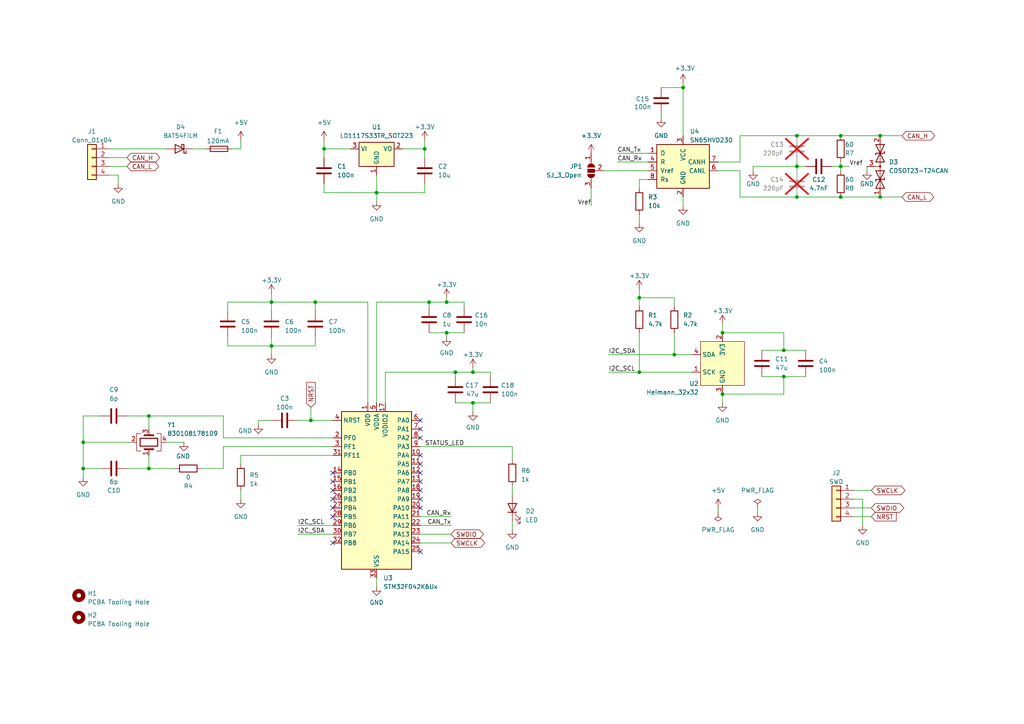
<source format=kicad_sch>
(kicad_sch (version 20231120) (generator "eeschema") (generator_version "8.0")
  (paper "A4")
  (lib_symbols
    (symbol "Connector_Generic:Conn_01x04" (pin_names (offset 1.016) hide)
      (property "Reference" "J" (at 0 5.08 0))
      (property "Value" "Conn_01x04" (at 0 -7.62 0))
      (symbol "Conn_01x04_1_1"
        (rectangle (start -1.27 -4.953) (end 0 -5.207) (stroke (width 0.1524)))
        (rectangle (start -1.27 -2.413) (end 0 -2.667) (stroke (width 0.1524)))
        (rectangle (start -1.27 0.127) (end 0 -0.127) (stroke (width 0.1524)))
        (rectangle (start -1.27 2.667) (end 0 2.413) (stroke (width 0.1524)))
        (rectangle (start -1.27 3.81) (end 1.27 -6.35) (stroke (width 0.254)) (fill (type background)))
        (pin passive line (at -5.08 2.54 0) (length 3.81) (name "Pin_1") (number "1"))
        (pin passive line (at -5.08 0 0) (length 3.81) (name "Pin_2") (number "2"))
        (pin passive line (at -5.08 -2.54 0) (length 3.81) (name "Pin_3") (number "3"))
        (pin passive line (at -5.08 -5.08 0) (length 3.81) (name "Pin_4") (number "4"))
      )
    )
    (symbol "Device:C" (pin_numbers hide) (pin_names (offset 0.254))
      (property "Reference" "C" (at 0.635 2.54 0))
      (property "Value" "C" (at 0.635 -2.54 0))
      (symbol "C_0_1"
        (polyline (pts (xy -2.032 -0.762) (xy 2.032 -0.762)) (stroke (width 0.508)))
        (polyline (pts (xy -2.032 0.762) (xy 2.032 0.762)) (stroke (width 0.508)))
      )
      (symbol "C_1_1"
        (pin passive line (at 0 3.81 270) (length 2.794) (name "~") (number "1"))
        (pin passive line (at 0 -3.81 90) (length 2.794) (name "~") (number "2"))
      )
    )
    (symbol "Device:D_Schottky" (pin_numbers hide) (pin_names (offset 1.016) hide)
      (property "Reference" "D" (at 0 2.54 0))
      (property "Value" "D_Schottky" (at 0 -2.54 0))
      (symbol "D_Schottky_0_1"
        (polyline (pts (xy 1.27 0) (xy -1.27 0)))
        (polyline (pts (xy 1.27 1.27) (xy 1.27 -1.27) (xy -1.27 0) (xy 1.27 1.27)) (stroke (width 0.254)))
        (polyline (pts (xy -1.905 0.635) (xy -1.905 1.27) (xy -1.27 1.27) (xy -1.27 -1.27) (xy -0.635 -1.27) (xy -0.635 -0.635)) (stroke (width 0.254)))
      )
      (symbol "D_Schottky_1_1"
        (pin passive line (at -3.81 0 0) (length 2.54) (name "K") (number "1"))
        (pin passive line (at 3.81 0 180) (length 2.54) (name "A") (number "2"))
      )
    )
    (symbol "Device:D_TVS_Dual_AAC" (pin_names (offset 1.016) hide)
      (property "Reference" "D" (at 0 4.445 0))
      (property "Value" "D_TVS_Dual_AAC" (at 0 2.54 0))
      (symbol "D_TVS_Dual_AAC_0_0"
        (polyline (pts (xy 0 -1.27) (xy 0 0)))
      )
      (symbol "D_TVS_Dual_AAC_0_1"
        (polyline (pts (xy -6.35 0) (xy 6.35 0)))
        (polyline (pts (xy -3.302 1.27) (xy -3.81 1.27) (xy -3.81 -1.27) (xy -4.318 -1.27)) (stroke (width 0.254)))
        (polyline (pts (xy 4.318 1.27) (xy 3.81 1.27) (xy 3.81 -1.27) (xy 3.302 -1.27)) (stroke (width 0.254)))
        (polyline (pts (xy -6.35 1.27) (xy -1.27 -1.27) (xy -1.27 1.27) (xy -6.35 -1.27) (xy -6.35 1.27)) (stroke (width 0.254)))
        (polyline (pts (xy 6.35 1.27) (xy 1.27 -1.27) (xy 1.27 1.27) (xy 6.35 -1.27) (xy 6.35 1.27)) (stroke (width 0.254)))
        (circle (center 0 0) (radius 0.254) (fill (type outline)))
      )
      (symbol "D_TVS_Dual_AAC_1_1"
        (pin passive line (at -8.89 0 0) (length 2.54) (name "A1") (number "1"))
        (pin passive line (at 8.89 0 180) (length 2.54) (name "A2") (number "2"))
        (pin input line (at 0 -3.81 90) (length 2.54) (name "common") (number "3"))
      )
    )
    (symbol "Device:Fuse" (pin_numbers hide) (pin_names (offset 0))
      (property "Reference" "F" (at 2.032 0 90))
      (property "Value" "Fuse" (at -1.905 0 90))
      (symbol "Fuse_0_1"
        (rectangle (start -0.762 -2.54) (end 0.762 2.54) (stroke (width 0.254)))
        (polyline (pts (xy 0 2.54) (xy 0 -2.54)))
      )
      (symbol "Fuse_1_1"
        (pin passive line (at 0 3.81 270) (length 1.27) (name "~") (number "1"))
        (pin passive line (at 0 -3.81 90) (length 1.27) (name "~") (number "2"))
      )
    )
    (symbol "Device:LED" (pin_numbers hide) (pin_names (offset 1.016) hide)
      (property "Reference" "D" (at 0 2.54 0))
      (property "Value" "LED" (at 0 -2.54 0))
      (symbol "LED_0_1"
        (polyline (pts (xy -1.27 -1.27) (xy -1.27 1.27)) (stroke (width 0.254)))
        (polyline (pts (xy -1.27 0) (xy 1.27 0)))
        (polyline (pts (xy 1.27 -1.27) (xy 1.27 1.27) (xy -1.27 0) (xy 1.27 -1.27)) (stroke (width 0.254)))
        (polyline (pts (xy -3.048 -0.762) (xy -4.572 -2.286) (xy -3.81 -2.286) (xy -4.572 -2.286) (xy -4.572 -1.524)))
        (polyline (pts (xy -1.778 -0.762) (xy -3.302 -2.286) (xy -2.54 -2.286) (xy -3.302 -2.286) (xy -3.302 -1.524)))
      )
      (symbol "LED_1_1"
        (pin passive line (at -3.81 0 0) (length 2.54) (name "K") (number "1"))
        (pin passive line (at 3.81 0 180) (length 2.54) (name "A") (number "2"))
      )
    )
    (symbol "Device:R" (pin_numbers hide) (pin_names (offset 0))
      (property "Reference" "R" (at 2.032 0 90))
      (property "Value" "R" (at 0 0 90))
      (symbol "R_0_1"
        (rectangle (start -1.016 -2.54) (end 1.016 2.54) (stroke (width 0.254)))
      )
      (symbol "R_1_1"
        (pin passive line (at 0 3.81 270) (length 1.27) (name "~") (number "1"))
        (pin passive line (at 0 -3.81 90) (length 1.27) (name "~") (number "2"))
      )
    )
    (symbol "FaSTTUBe_Crystals:830108178109" (pin_names (offset 1.016) hide)
      (property "Reference" "Y" (at 3.175 5.08 0))
      (property "Value" "830108178109" (at 3.175 3.175 0))
      (symbol "830108178109_0_1"
        (rectangle (start -1.143 2.54) (end 1.143 -2.54) (stroke (width 0.3048)))
        (polyline (pts (xy -2.54 0) (xy -2.032 0)))
        (polyline (pts (xy -2.032 -1.27) (xy -2.032 1.27)) (stroke (width 0.508)))
        (polyline (pts (xy 0 -3.81) (xy 0 -3.556)))
        (polyline (pts (xy 0 3.556) (xy 0 3.81)))
        (polyline (pts (xy 2.032 -1.27) (xy 2.032 1.27)) (stroke (width 0.508)))
        (polyline (pts (xy 2.032 0) (xy 2.54 0)))
        (polyline (pts (xy -2.54 -2.286) (xy -2.54 -3.556) (xy 2.54 -3.556) (xy 2.54 -2.286)))
        (polyline (pts (xy -2.54 2.286) (xy -2.54 3.556) (xy 2.54 3.556) (xy 2.54 2.286)))
      )
      (symbol "830108178109_1_1"
        (pin passive line (at -3.81 0 0) (length 1.27) (name "1") (number "1"))
        (pin passive line (at 0 5.08 270) (length 1.27) (name "2") (number "2"))
        (pin passive line (at 3.81 0 180) (length 1.27) (name "3") (number "3"))
        (pin passive line (at 0 -5.08 90) (length 1.27) (name "4") (number "4"))
      )
    )
    (symbol "GND_1" (power) (pin_numbers hide) (pin_names (offset 0) hide)
      (property "Value" "GND" (at 0 -3.81 0))
      (symbol "GND_1_0_1"
        (polyline (pts (xy 0 0) (xy 0 -1.27) (xy 1.27 -1.27) (xy 0 -2.54) (xy -1.27 -1.27) (xy 0 -1.27)))
      )
      (symbol "GND_1_1_1"
        (pin power_in line (at 0 0 270) (length 0) (name "~") (number "1"))
      )
    )
    (symbol "Interface_CAN_LIN:SN65HVD230" (pin_names (offset 1.016))
      (property "Reference" "U" (at -2.54 10.16 0))
      (property "Value" "SN65HVD230" (at -2.54 7.62 0))
      (symbol "SN65HVD230_0_1"
        (rectangle (start -7.62 5.08) (end 7.62 -7.62) (stroke (width 0.254)) (fill (type background)))
      )
      (symbol "SN65HVD230_1_1"
        (pin input line (at -10.16 2.54 0) (length 2.54) (name "D") (number "1"))
        (pin power_in line (at 0 -10.16 90) (length 2.54) (name "GND") (number "2"))
        (pin power_in line (at 0 7.62 270) (length 2.54) (name "VCC") (number "3"))
        (pin output line (at -10.16 0 0) (length 2.54) (name "R") (number "4"))
        (pin output line (at -10.16 -2.54 0) (length 2.54) (name "Vref") (number "5"))
        (pin bidirectional line (at 10.16 -2.54 180) (length 2.54) (name "CANL") (number "6"))
        (pin bidirectional line (at 10.16 0 180) (length 2.54) (name "CANH") (number "7"))
        (pin input line (at -10.16 -5.08 0) (length 2.54) (name "Rs") (number "8"))
      )
    )
    (symbol "Jumper:SolderJumper_3_Open" (pin_names (offset 0) hide)
      (property "Reference" "JP" (at -2.54 -2.54 0))
      (property "Value" "SolderJumper_3_Open" (at 0 2.794 0))
      (symbol "SolderJumper_3_Open_0_1"
        (arc (start -1.016 1.016) (mid -2.0276 0) (end -1.016 -1.016))
        (arc (start -1.016 1.016) (mid -2.0276 0) (end -1.016 -1.016) (fill (type outline)))
        (rectangle (start -0.508 1.016) (end 0.508 -1.016) (fill (type outline)))
        (polyline (pts (xy -2.54 0) (xy -2.032 0)))
        (polyline (pts (xy -1.016 1.016) (xy -1.016 -1.016)))
        (polyline (pts (xy 0 -1.27) (xy 0 -1.016)))
        (polyline (pts (xy 1.016 1.016) (xy 1.016 -1.016)))
        (polyline (pts (xy 2.54 0) (xy 2.032 0)))
        (arc (start 1.016 -1.016) (mid 2.0276 0) (end 1.016 1.016))
        (arc (start 1.016 -1.016) (mid 2.0276 0) (end 1.016 1.016) (fill (type outline)))
      )
      (symbol "SolderJumper_3_Open_1_1"
        (pin passive line (at -5.08 0 0) (length 2.54) (name "A") (number "1"))
        (pin passive line (at 0 -3.81 90) (length 2.54) (name "C") (number "2"))
        (pin passive line (at 5.08 0 180) (length 2.54) (name "B") (number "3"))
      )
    )
    (symbol "MCU_ST_STM32F0:STM32F042K6Ux"
      (property "Reference" "U" (at -10.16 24.13 0))
      (property "Value" "STM32F042K6Ux" (at 5.08 24.13 0))
      (symbol "STM32F042K6Ux_0_1"
        (rectangle (start -10.16 -22.86) (end 10.16 22.86) (stroke (width 0.254)) (fill (type background)))
      )
      (symbol "STM32F042K6Ux_1_1"
        (pin power_in line (at -2.54 25.4 270) (length 2.54) (name "VDD") (number "1"))
        (pin bidirectional line (at 12.7 10.16 180) (length 2.54) (name "PA4") (number "10"))
        (pin bidirectional line (at 12.7 7.62 180) (length 2.54) (name "PA5") (number "11"))
        (pin bidirectional line (at 12.7 5.08 180) (length 2.54) (name "PA6") (number "12"))
        (pin bidirectional line (at 12.7 2.54 180) (length 2.54) (name "PA7") (number "13"))
        (pin bidirectional line (at -12.7 5.08 0) (length 2.54) (name "PB0") (number "14"))
        (pin bidirectional line (at -12.7 2.54 0) (length 2.54) (name "PB1") (number "15"))
        (pin bidirectional line (at -12.7 0 0) (length 2.54) (name "PB2") (number "16"))
        (pin power_in line (at 2.54 25.4 270) (length 2.54) (name "VDDIO2") (number "17"))
        (pin bidirectional line (at 12.7 0 180) (length 2.54) (name "PA8") (number "18"))
        (pin bidirectional line (at 12.7 -2.54 180) (length 2.54) (name "PA9") (number "19"))
        (pin bidirectional line (at -12.7 15.24 0) (length 2.54) (name "PF0") (number "2"))
        (pin bidirectional line (at 12.7 -5.08 180) (length 2.54) (name "PA10") (number "20"))
        (pin bidirectional line (at 12.7 -7.62 180) (length 2.54) (name "PA11") (number "21"))
        (pin bidirectional line (at 12.7 -10.16 180) (length 2.54) (name "PA12") (number "22"))
        (pin bidirectional line (at 12.7 -12.7 180) (length 2.54) (name "PA13") (number "23"))
        (pin bidirectional line (at 12.7 -15.24 180) (length 2.54) (name "PA14") (number "24"))
        (pin bidirectional line (at 12.7 -17.78 180) (length 2.54) (name "PA15") (number "25"))
        (pin bidirectional line (at -12.7 -2.54 0) (length 2.54) (name "PB3") (number "26"))
        (pin bidirectional line (at -12.7 -5.08 0) (length 2.54) (name "PB4") (number "27"))
        (pin bidirectional line (at -12.7 -7.62 0) (length 2.54) (name "PB5") (number "28"))
        (pin bidirectional line (at -12.7 -10.16 0) (length 2.54) (name "PB6") (number "29"))
        (pin bidirectional line (at -12.7 12.7 0) (length 2.54) (name "PF1") (number "3"))
        (pin bidirectional line (at -12.7 -12.7 0) (length 2.54) (name "PB7") (number "30"))
        (pin bidirectional line (at -12.7 10.16 0) (length 2.54) (name "PF11") (number "31"))
        (pin bidirectional line (at -12.7 -15.24 0) (length 2.54) (name "PB8") (number "32"))
        (pin power_in line (at 0 -25.4 90) (length 2.54) (name "VSS") (number "33"))
        (pin input line (at -12.7 20.32 0) (length 2.54) (name "NRST") (number "4"))
        (pin power_in line (at 0 25.4 270) (length 2.54) (name "VDDA") (number "5"))
        (pin bidirectional line (at 12.7 20.32 180) (length 2.54) (name "PA0") (number "6"))
        (pin bidirectional line (at 12.7 17.78 180) (length 2.54) (name "PA1") (number "7"))
        (pin bidirectional line (at 12.7 15.24 180) (length 2.54) (name "PA2") (number "8"))
        (pin bidirectional line (at 12.7 12.7 180) (length 2.54) (name "PA3") (number "9"))
      )
    )
    (symbol "Mechanical:MountingHole" (pin_names (offset 1.016))
      (property "Reference" "H" (at 0 5.08 0))
      (property "Value" "MountingHole" (at 0 3.175 0))
      (symbol "MountingHole_0_1"
        (circle (center 0 0) (radius 1.27) (stroke (width 1.27)))
      )
    )
    (symbol "Regulator_Linear:LD1117S33TR_SOT223"
      (property "Reference" "U" (at -3.81 3.175 0))
      (property "Value" "LD1117S33TR_SOT223" (at 0 3.175 0))
      (symbol "LD1117S33TR_SOT223_0_1"
        (rectangle (start -5.08 -5.08) (end 5.08 1.905) (stroke (width 0.254)) (fill (type background)))
      )
      (symbol "LD1117S33TR_SOT223_1_1"
        (pin power_in line (at 0 -7.62 90) (length 2.54) (name "GND") (number "1"))
        (pin power_out line (at 7.62 0 180) (length 2.54) (name "VO") (number "2"))
        (pin power_in line (at -7.62 0 0) (length 2.54) (name "VI") (number "3"))
      )
    )
    (symbol "TTS:Heimann_16x16"
      (property "Reference" "U" (at 0 0 0))
      (property "Value" "Heimann_16x16" (at 0 0 0))
      (symbol "Heimann_16x16_0_1"
        (rectangle (start -6.35 6.35) (end 6.35 -6.35) (fill (type background)))
      )
      (symbol "Heimann_16x16_1_1"
        (pin bidirectional line (at 8.89 -2.54 180) (length 2.54) (name "SCK") (number "1"))
        (pin power_in line (at 0 8.89 270) (length 2.54) (name "3V3") (number "2"))
        (pin power_in line (at 0 -8.89 90) (length 2.54) (name "GND") (number "3"))
        (pin bidirectional line (at 8.89 2.54 180) (length 2.54) (name "SDA") (number "4"))
      )
    )
    (symbol "power:+3.3V" (power) (pin_names (offset 0))
      (property "Value" "+3.3V" (at 0 3.556 0))
      (symbol "+3.3V_0_1"
        (polyline (pts (xy -0.762 1.27) (xy 0 2.54)))
        (polyline (pts (xy 0 0) (xy 0 2.54)))
        (polyline (pts (xy 0 2.54) (xy 0.762 1.27)))
      )
      (symbol "+3.3V_1_1"
        (pin power_in line (at 0 0 90) (length 0) hide (name "+3.3V") (number "1"))
      )
    )
    (symbol "power:+5V" (power) (pin_numbers hide) (pin_names (offset 0) hide)
      (property "Value" "+5V" (at 0 3.556 0))
      (symbol "+5V_0_1"
        (polyline (pts (xy -0.762 1.27) (xy 0 2.54)))
        (polyline (pts (xy 0 0) (xy 0 2.54)))
        (polyline (pts (xy 0 2.54) (xy 0.762 1.27)))
      )
      (symbol "+5V_1_1"
        (pin power_in line (at 0 0 90) (length 0) (name "~") (number "1"))
      )
    )
    (symbol "power:GND" (power) (pin_names (offset 0))
      (property "Value" "GND" (at 0 -3.81 0))
      (symbol "GND_0_1"
        (polyline (pts (xy 0 0) (xy 0 -1.27) (xy 1.27 -1.27) (xy 0 -2.54) (xy -1.27 -1.27) (xy 0 -1.27)))
      )
      (symbol "GND_1_1"
        (pin power_in line (at 0 0 270) (length 0) hide (name "GND") (number "1"))
      )
    )
    (symbol "power:PWR_FLAG" (power) (pin_numbers hide) (pin_names (offset 0) hide)
      (property "Value" "PWR_FLAG" (at 0 3.81 0))
      (symbol "PWR_FLAG_0_0"
        (pin power_out line (at 0 0 90) (length 0) (name "~") (number "1"))
      )
      (symbol "PWR_FLAG_0_1"
        (polyline (pts (xy 0 0) (xy 0 1.27) (xy -1.016 1.905) (xy 0 2.54) (xy 1.016 1.905) (xy 0 1.27)))
      )
    )
  )
  (junction (at 91.44 87.63))
  (junction (at 137.16 107.95))
  (junction (at 243.84 48.26))
  (junction (at 78.74 87.63))
  (junction (at 43.18 120.65))
  (junction (at 43.18 135.89))
  (junction (at 24.13 135.89))
  (junction (at 231.14 48.26))
  (junction (at 132.08 107.95))
  (junction (at 227.33 101.6))
  (junction (at 231.14 57.15))
  (junction (at 109.22 55.88))
  (junction (at 243.84 39.37))
  (junction (at 93.98 43.18))
  (junction (at 255.27 57.15))
  (junction (at 124.46 87.63))
  (junction (at 227.33 109.22))
  (junction (at 231.14 39.37))
  (junction (at 198.12 25.4))
  (junction (at 129.54 96.52))
  (junction (at 78.74 100.33))
  (junction (at 129.54 87.63))
  (junction (at 209.55 114.3))
  (junction (at 137.16 116.84))
  (junction (at 209.55 96.52))
  (junction (at 123.19 43.18))
  (junction (at 185.42 107.95))
  (junction (at 24.13 128.27))
  (junction (at 195.58 102.87))
  (junction (at 243.84 57.15))
  (junction (at 185.42 86.36))
  (junction (at 255.27 39.37))
  (junction (at 90.17 121.92))
  (no_connect (at 121.92 127))
  (no_connect (at 96.52 147.32))
  (no_connect (at 121.92 139.7))
  (no_connect (at 96.52 149.86))
  (no_connect (at 121.92 124.46))
  (no_connect (at 96.52 137.16))
  (no_connect (at 96.52 144.78))
  (no_connect (at 121.92 134.62))
  (no_connect (at 121.92 144.78))
  (no_connect (at 96.52 139.7))
  (no_connect (at 121.92 142.24))
  (no_connect (at 121.92 132.08))
  (no_connect (at 96.52 157.48))
  (no_connect (at 121.92 160.02))
  (no_connect (at 96.52 142.24))
  (no_connect (at 121.92 137.16))
  (no_connect (at 121.92 121.92))
  (no_connect (at 121.92 147.32))
  (wire (pts (xy 121.92 157.48) (xy 130.81 157.48)))
  (wire (pts (xy 148.59 151.13) (xy 148.59 153.67)))
  (wire (pts (xy 124.46 87.63) (xy 124.46 88.9)))
  (wire (pts (xy 142.24 107.95) (xy 142.24 109.22)))
  (wire (pts (xy 78.74 87.63) (xy 66.04 87.63)))
  (wire (pts (xy 78.74 97.79) (xy 78.74 100.33)))
  (wire (pts (xy 43.18 135.89) (xy 50.8 135.89)))
  (wire (pts (xy 116.84 43.18) (xy 123.19 43.18)))
  (wire (pts (xy 78.74 100.33) (xy 91.44 100.33)))
  (wire (pts (xy 74.93 123.19) (xy 74.93 121.92)))
  (wire (pts (xy 218.44 49.53) (xy 218.44 48.26)))
  (wire (pts (xy 31.75 48.26) (xy 36.83 48.26)))
  (wire (pts (xy 109.22 167.64) (xy 109.22 170.18)))
  (wire (pts (xy 69.85 134.62) (xy 69.85 132.08)))
  (wire (pts (xy 58.42 135.89) (xy 64.77 135.89)))
  (wire (pts (xy 179.07 44.45) (xy 187.96 44.45)))
  (wire (pts (xy 31.75 45.72) (xy 36.83 45.72)))
  (wire (pts (xy 255.27 39.37) (xy 243.84 39.37)))
  (wire (pts (xy 191.77 25.4) (xy 198.12 25.4)))
  (wire (pts (xy 129.54 96.52) (xy 134.62 96.52)))
  (wire (pts (xy 137.16 107.95) (xy 142.24 107.95)))
  (wire (pts (xy 36.83 120.65) (xy 43.18 120.65)))
  (wire (pts (xy 121.92 149.86) (xy 130.81 149.86)))
  (wire (pts (xy 220.98 109.22) (xy 227.33 109.22)))
  (wire (pts (xy 176.53 102.87) (xy 195.58 102.87)))
  (wire (pts (xy 121.92 154.94) (xy 130.81 154.94)))
  (wire (pts (xy 185.42 83.82) (xy 185.42 86.36)))
  (wire (pts (xy 24.13 135.89) (xy 24.13 138.43)))
  (wire (pts (xy 109.22 50.8) (xy 109.22 55.88)))
  (wire (pts (xy 86.36 121.92) (xy 90.17 121.92)))
  (wire (pts (xy 255.27 57.15) (xy 243.84 57.15)))
  (wire (pts (xy 24.13 128.27) (xy 24.13 135.89)))
  (wire (pts (xy 106.68 87.63) (xy 91.44 87.63)))
  (wire (pts (xy 29.21 120.65) (xy 24.13 120.65)))
  (wire (pts (xy 91.44 100.33) (xy 91.44 97.79)))
  (wire (pts (xy 247.65 142.24) (xy 252.73 142.24)))
  (wire (pts (xy 134.62 87.63) (xy 134.62 88.9)))
  (wire (pts (xy 86.36 154.94) (xy 96.52 154.94)))
  (wire (pts (xy 243.84 46.99) (xy 243.84 48.26)))
  (wire (pts (xy 64.77 120.65) (xy 64.77 127)))
  (wire (pts (xy 171.45 59.69) (xy 171.45 54.61)))
  (wire (pts (xy 227.33 96.52) (xy 227.33 101.6)))
  (wire (pts (xy 246.38 48.26) (xy 243.84 48.26)))
  (wire (pts (xy 148.59 140.97) (xy 148.59 143.51)))
  (wire (pts (xy 123.19 43.18) (xy 123.19 45.72)))
  (wire (pts (xy 111.76 116.84) (xy 111.76 107.95)))
  (wire (pts (xy 124.46 87.63) (xy 129.54 87.63)))
  (wire (pts (xy 109.22 87.63) (xy 109.22 116.84)))
  (wire (pts (xy 243.84 39.37) (xy 231.14 39.37)))
  (wire (pts (xy 24.13 120.65) (xy 24.13 128.27)))
  (wire (pts (xy 121.92 129.54) (xy 148.59 129.54)))
  (wire (pts (xy 132.08 107.95) (xy 137.16 107.95)))
  (wire (pts (xy 214.63 46.99) (xy 214.63 39.37)))
  (wire (pts (xy 247.65 149.86) (xy 252.73 149.86)))
  (wire (pts (xy 219.71 147.32) (xy 219.71 148.59)))
  (wire (pts (xy 137.16 106.68) (xy 137.16 107.95)))
  (wire (pts (xy 59.69 43.18) (xy 55.88 43.18)))
  (wire (pts (xy 34.29 50.8) (xy 31.75 50.8)))
  (wire (pts (xy 34.29 53.34) (xy 34.29 50.8)))
  (wire (pts (xy 121.92 152.4) (xy 130.81 152.4)))
  (wire (pts (xy 109.22 55.88) (xy 123.19 55.88)))
  (wire (pts (xy 74.93 121.92) (xy 78.74 121.92)))
  (wire (pts (xy 214.63 49.53) (xy 214.63 57.15)))
  (wire (pts (xy 195.58 88.9) (xy 195.58 86.36)))
  (wire (pts (xy 93.98 40.64) (xy 93.98 43.18)))
  (wire (pts (xy 195.58 102.87) (xy 195.58 96.52)))
  (wire (pts (xy 185.42 86.36) (xy 185.42 88.9)))
  (wire (pts (xy 185.42 107.95) (xy 200.66 107.95)))
  (wire (pts (xy 231.14 49.53) (xy 231.14 48.26)))
  (wire (pts (xy 209.55 114.3) (xy 227.33 114.3)))
  (wire (pts (xy 91.44 87.63) (xy 78.74 87.63)))
  (wire (pts (xy 227.33 109.22) (xy 233.68 109.22)))
  (wire (pts (xy 24.13 135.89) (xy 29.21 135.89)))
  (wire (pts (xy 78.74 85.09) (xy 78.74 87.63)))
  (wire (pts (xy 247.65 147.32) (xy 252.73 147.32)))
  (wire (pts (xy 43.18 120.65) (xy 64.77 120.65)))
  (wire (pts (xy 195.58 102.87) (xy 200.66 102.87)))
  (wire (pts (xy 111.76 107.95) (xy 132.08 107.95)))
  (wire (pts (xy 123.19 40.64) (xy 123.19 43.18)))
  (wire (pts (xy 129.54 96.52) (xy 129.54 97.79)))
  (wire (pts (xy 43.18 132.08) (xy 43.18 135.89)))
  (wire (pts (xy 123.19 55.88) (xy 123.19 53.34)))
  (wire (pts (xy 124.46 96.52) (xy 129.54 96.52)))
  (wire (pts (xy 214.63 57.15) (xy 231.14 57.15)))
  (wire (pts (xy 227.33 109.22) (xy 227.33 114.3)))
  (wire (pts (xy 109.22 55.88) (xy 109.22 58.42)))
  (wire (pts (xy 64.77 127) (xy 96.52 127)))
  (wire (pts (xy 261.62 57.15) (xy 255.27 57.15)))
  (wire (pts (xy 90.17 118.11) (xy 90.17 121.92)))
  (wire (pts (xy 36.83 135.89) (xy 43.18 135.89)))
  (wire (pts (xy 137.16 116.84) (xy 142.24 116.84)))
  (wire (pts (xy 129.54 86.36) (xy 129.54 87.63)))
  (wire (pts (xy 24.13 128.27) (xy 38.1 128.27)))
  (wire (pts (xy 93.98 53.34) (xy 93.98 55.88)))
  (wire (pts (xy 175.26 49.53) (xy 187.96 49.53)))
  (wire (pts (xy 78.74 100.33) (xy 78.74 102.87)))
  (wire (pts (xy 185.42 52.07) (xy 187.96 52.07)))
  (wire (pts (xy 208.28 49.53) (xy 214.63 49.53)))
  (wire (pts (xy 243.84 48.26) (xy 241.3 48.26)))
  (wire (pts (xy 208.28 147.32) (xy 208.28 148.59)))
  (wire (pts (xy 251.46 49.53) (xy 251.46 48.26)))
  (wire (pts (xy 137.16 116.84) (xy 137.16 119.38)))
  (wire (pts (xy 93.98 43.18) (xy 101.6 43.18)))
  (wire (pts (xy 250.19 144.78) (xy 250.19 152.4)))
  (wire (pts (xy 243.84 49.53) (xy 243.84 48.26)))
  (wire (pts (xy 69.85 142.24) (xy 69.85 144.78)))
  (wire (pts (xy 109.22 87.63) (xy 124.46 87.63)))
  (wire (pts (xy 86.36 152.4) (xy 96.52 152.4)))
  (wire (pts (xy 132.08 116.84) (xy 137.16 116.84)))
  (wire (pts (xy 66.04 87.63) (xy 66.04 90.17)))
  (wire (pts (xy 261.62 39.37) (xy 255.27 39.37)))
  (wire (pts (xy 176.53 107.95) (xy 185.42 107.95)))
  (wire (pts (xy 69.85 132.08) (xy 96.52 132.08)))
  (wire (pts (xy 185.42 54.61) (xy 185.42 52.07)))
  (wire (pts (xy 48.26 128.27) (xy 53.34 128.27)))
  (wire (pts (xy 67.31 43.18) (xy 69.85 43.18)))
  (wire (pts (xy 198.12 24.13) (xy 198.12 25.4)))
  (wire (pts (xy 69.85 43.18) (xy 69.85 40.64)))
  (wire (pts (xy 90.17 121.92) (xy 96.52 121.92)))
  (wire (pts (xy 231.14 46.99) (xy 231.14 48.26)))
  (wire (pts (xy 132.08 107.95) (xy 132.08 109.22)))
  (wire (pts (xy 195.58 86.36) (xy 185.42 86.36)))
  (wire (pts (xy 78.74 87.63) (xy 78.74 90.17)))
  (wire (pts (xy 209.55 114.3) (xy 209.55 116.84)))
  (wire (pts (xy 31.75 43.18) (xy 48.26 43.18)))
  (wire (pts (xy 209.55 93.98) (xy 209.55 96.52)))
  (wire (pts (xy 106.68 87.63) (xy 106.68 116.84)))
  (wire (pts (xy 243.84 57.15) (xy 231.14 57.15)))
  (wire (pts (xy 220.98 101.6) (xy 227.33 101.6)))
  (wire (pts (xy 93.98 55.88) (xy 109.22 55.88)))
  (wire (pts (xy 148.59 129.54) (xy 148.59 133.35)))
  (wire (pts (xy 198.12 25.4) (xy 198.12 39.37)))
  (wire (pts (xy 185.42 62.23) (xy 185.42 64.77)))
  (wire (pts (xy 43.18 120.65) (xy 43.18 124.46)))
  (wire (pts (xy 208.28 46.99) (xy 214.63 46.99)))
  (wire (pts (xy 233.68 48.26) (xy 231.14 48.26)))
  (wire (pts (xy 214.63 39.37) (xy 231.14 39.37)))
  (wire (pts (xy 66.04 100.33) (xy 78.74 100.33)))
  (wire (pts (xy 198.12 57.15) (xy 198.12 59.69)))
  (wire (pts (xy 191.77 34.29) (xy 191.77 33.02)))
  (wire (pts (xy 185.42 107.95) (xy 185.42 96.52)))
  (wire (pts (xy 227.33 101.6) (xy 233.68 101.6)))
  (wire (pts (xy 179.07 46.99) (xy 187.96 46.99)))
  (wire (pts (xy 66.04 97.79) (xy 66.04 100.33)))
  (wire (pts (xy 91.44 90.17) (xy 91.44 87.63)))
  (wire (pts (xy 96.52 129.54) (xy 64.77 129.54)))
  (wire (pts (xy 209.55 96.52) (xy 227.33 96.52)))
  (wire (pts (xy 247.65 144.78) (xy 250.19 144.78)))
  (wire (pts (xy 129.54 87.63) (xy 134.62 87.63)))
  (wire (pts (xy 93.98 43.18) (xy 93.98 45.72)))
  (wire (pts (xy 64.77 129.54) (xy 64.77 135.89)))
  (wire (pts (xy 218.44 48.26) (xy 231.14 48.26)))
  (label "CAN_Tx" (at 130.81 152.4 180))
  (label "I2C_SDA" (at 86.36 154.94 0))
  (label "CAN_Rx" (at 130.81 149.86 180))
  (label "Vref" (at 171.45 59.69 180))
  (label "Vref" (at 246.38 48.26 0))
  (label "I2C_SCL" (at 86.36 152.4 0))
  (label "CAN_Rx" (at 179.07 46.99 0))
  (label "I2C_SDA" (at 176.53 102.87 0))
  (label "I2C_SCL" (at 176.53 107.95 0))
  (label "STATUS_LED" (at 134.62 129.54 180))
  (label "CAN_Tx" (at 179.07 44.45 0))
  (global_label "SWCLK" (shape bidirectional) (at 130.81 157.48 0) (property "Intersheetrefs" "${INTERSHEET_REFS}" (effects (hide yes))))
  (global_label "CAN_L" (shape bidirectional) (at 261.62 57.15 0) (property "Intersheetrefs" "${INTERSHEET_REFS}" (effects (hide yes))))
  (global_label "SWDIO" (shape bidirectional) (at 252.73 147.32 0) (property "Intersheetrefs" "${INTERSHEET_REFS}" (effects (hide yes))))
  (global_label "CAN_H" (shape bidirectional) (at 261.62 39.37 0) (property "Intersheetrefs" "${INTERSHEET_REFS}" (effects (hide yes))))
  (global_label "CAN_L" (shape bidirectional) (at 36.83 48.26 0) (property "Intersheetrefs" "${INTERSHEET_REFS}" (effects (hide yes))))
  (global_label "CAN_H" (shape bidirectional) (at 36.83 45.72 0) (property "Intersheetrefs" "${INTERSHEET_REFS}" (effects (hide yes))))
  (global_label "SWDIO" (shape bidirectional) (at 130.81 154.94 0) (property "Intersheetrefs" "${INTERSHEET_REFS}" (effects (hide yes))))
  (global_label "NRST" (shape input) (at 252.73 149.86 0) (property "Intersheetrefs" "${INTERSHEET_REFS}" (effects (hide yes))))
  (global_label "NRST" (shape input) (at 90.17 118.11 90) (property "Intersheetrefs" "${INTERSHEET_REFS}" (effects (hide yes))))
  (global_label "SWCLK" (shape bidirectional) (at 252.73 142.24 0) (property "Intersheetrefs" "${INTERSHEET_REFS}" (effects (hide yes))))
  (symbol (lib_id "FaSTTUBe_Crystals:830108178109") (at 43.18 128.27 90) (unit 1)
    (property "Reference" "Y1" (at 49.784 123.19 90))
    (property "Value" "830108178109" (at 55.88 125.73 90))
    (property "Footprint" "Crystal:Crystal_SMD_2016-4Pin_2.0x1.6mm" (effects (hide yes)))
    (property "Datasheet" "https://www.we-online.com/components/products/datasheet/830108178109.pdf" (effects (hide yes)))
    (property "Description" "16.0MHz Load Capacitance (CL) 8.00pF, Shunt Capacitance (C0) 3pF max" (effects (hide yes)))
  )
  (symbol (lib_id "Device:C") (at 66.04 93.98 0) (unit 1)
    (property "Reference" "C5" (at 69.85 93.345 0) (effects (justify left)))
    (property "Value" "100n" (at 69.85 95.885 0) (effects (justify left)))
    (property "Footprint" "Capacitor_SMD:C_0402_1005Metric" (effects (hide yes)))
    (property "LCSC" "C307331" (effects (hide yes)))
  )
  (symbol (lib_id "Device:C") (at 91.44 93.98 0) (unit 1)
    (property "Reference" "C7" (at 95.25 93.345 0) (effects (justify left)))
    (property "Value" "100n" (at 95.25 95.885 0) (effects (justify left)))
    (property "Footprint" "Capacitor_SMD:C_0402_1005Metric" (effects (hide yes)))
    (property "LCSC" "C307331" (effects (hide yes)))
  )
  (symbol (lib_name "GND_1") (lib_id "power:GND") (at 219.71 148.59 0) (unit 1)
    (property "Reference" "#PWR029" (effects (hide yes)))
    (property "Value" "GND" (at 219.71 153.67 0))
    (property "Description" "Power symbol creates a global label with name \"GND\" , ground" (effects (hide yes)))
  )
  (symbol (lib_id "Device:C") (at 93.98 49.53 0) (unit 1)
    (property "Reference" "C1" (at 97.79 48.2599 0) (effects (justify left)))
    (property "Value" "100n" (at 97.79 50.7999 0) (effects (justify left)))
    (property "Footprint" "Capacitor_SMD:C_0603_1608Metric" (effects (hide yes)))
    (property "LCSC" "C15849" (effects (hide yes)))
  )
  (symbol (lib_id "Device:Fuse") (at 63.5 43.18 90) (unit 1)
    (property "Reference" "F1" (at 64.516 38.1 90) (effects (justify left)))
    (property "Value" "120mA" (at 66.548 40.894 90) (effects (justify left)))
    (property "Footprint" "Fuse:Fuse_1206_3216Metric" (effects (hide yes)))
    (property "Datasheet" "https://www.mouser.de/ProductDetail/Eaton-Electronics/PTS120616V025?qs=QmibqUXyDhQ7IcVi%2FHaiRg%3D%3D" (effects (hide yes)))
  )
  (symbol (lib_id "power:GND") (at 78.74 102.87 0) (unit 1)
    (property "Reference" "#PWR014" (effects (hide yes)))
    (property "Value" "GND" (at 78.74 107.95 0))
  )
  (symbol (lib_id "Device:R") (at 54.61 135.89 90) (mirror x) (unit 1)
    (property "Reference" "R4" (at 54.61 140.97 90))
    (property "Value" "0" (at 54.61 138.43 90))
    (property "Footprint" "Resistor_SMD:R_0402_1005Metric" (effects (hide yes)))
    (property "LCSC" "C17168" (effects (hide yes)))
  )
  (symbol (lib_id "Device:C") (at 33.02 120.65 90) (unit 1)
    (property "Reference" "C9" (at 33.02 113.03 90))
    (property "Value" "6p" (at 33.02 115.57 90))
    (property "Footprint" "Capacitor_SMD:C_0402_1005Metric" (effects (hide yes)))
    (property "LCSC" "C1549" (effects (hide yes)))
  )
  (symbol (lib_id "power:+3.3V") (at 78.74 85.09 0) (unit 1)
    (property "Reference" "#PWR04" (effects (hide yes)))
    (property "Value" "+3.3V" (at 78.74 81.28 0))
  )
  (symbol (lib_id "Device:C") (at 233.68 105.41 0) (unit 1)
    (property "Reference" "C4" (at 237.49 104.775 0) (effects (justify left)))
    (property "Value" "100n" (at 237.49 107.315 0) (effects (justify left)))
    (property "Footprint" "Capacitor_SMD:C_0402_1005Metric" (effects (hide yes)))
    (property "LCSC" "C307331" (effects (hide yes)))
  )
  (symbol (lib_id "power:GND") (at 191.77 34.29 0) (unit 1)
    (property "Reference" "#PWR027" (effects (hide yes)))
    (property "Value" "GND" (at 191.77 39.37 0))
  )
  (symbol (lib_id "Device:C") (at 231.14 43.18 0) (mirror y) (unit 1) (dnp yes)
    (property "Reference" "C13" (at 227.33 41.91 0) (effects (justify left)))
    (property "Value" "220pF" (at 227.33 44.45 0) (effects (justify left)))
    (property "Footprint" "Capacitor_SMD:C_0603_1608Metric_Pad1.08x0.95mm_HandSolder" (effects (hide yes)))
  )
  (symbol (lib_id "Device:D_TVS_Dual_AAC") (at 255.27 48.26 270) (mirror x) (unit 1)
    (property "Reference" "D3" (at 257.81 46.99 90) (effects (justify left)))
    (property "Value" "CDSOT23-T24CAN" (at 257.81 49.53 90) (effects (justify left)))
    (property "Footprint" "Package_TO_SOT_SMD:SOT-23" (effects (hide yes)))
  )
  (symbol (lib_id "power:+3.3V") (at 137.16 106.68 0) (unit 1)
    (property "Reference" "#PWR017" (effects (hide yes)))
    (property "Value" "+3.3V" (at 137.16 102.87 0))
  )
  (symbol (lib_id "power:GND") (at 137.16 119.38 0) (unit 1)
    (property "Reference" "#PWR018" (effects (hide yes)))
    (property "Value" "GND" (at 137.16 123.952 0))
  )
  (symbol (lib_id "Device:LED") (at 148.59 147.32 90) (unit 1)
    (property "Reference" "D2" (at 152.4 148.2725 90) (effects (justify right)))
    (property "Value" "LED" (at 152.4 150.8125 90) (effects (justify right)))
    (property "Footprint" "LED_SMD:LED_0603_1608Metric" (effects (hide yes)))
    (property "LCSC" "C2286" (effects (hide yes)))
  )
  (symbol (lib_id "power:+5V") (at 208.28 147.32 0) (unit 1)
    (property "Reference" "#PWR028" (effects (hide yes)))
    (property "Value" "+5V" (at 208.28 142.24 0))
    (property "Description" "Power symbol creates a global label with name \"+5V\"" (effects (hide yes)))
  )
  (symbol (lib_id "Device:C") (at 237.49 48.26 270) (mirror x) (unit 1)
    (property "Reference" "C12" (at 237.49 52.07 90))
    (property "Value" "4.7nF" (at 237.49 54.61 90))
    (property "Footprint" "Capacitor_SMD:C_0603_1608Metric_Pad1.08x0.95mm_HandSolder" (effects (hide yes)))
  )
  (symbol (lib_id "power:+5V") (at 69.85 40.64 0) (unit 1)
    (property "Reference" "#PWR030" (effects (hide yes)))
    (property "Value" "+5V" (at 69.85 35.56 0))
    (property "Description" "Power symbol creates a global label with name \"+5V\"" (effects (hide yes)))
  )
  (symbol (lib_id "Device:R") (at 243.84 43.18 0) (mirror x) (unit 1)
    (property "Reference" "R7" (at 246.38 44.45 0))
    (property "Value" "60" (at 246.38 41.91 0))
    (property "Footprint" "Resistor_SMD:R_0603_1608Metric_Pad0.98x0.95mm_HandSolder" (effects (hide yes)))
  )
  (symbol (lib_id "Device:C") (at 82.55 121.92 90) (unit 1)
    (property "Reference" "C3" (at 82.55 115.57 90))
    (property "Value" "100n" (at 82.55 118.11 90))
    (property "Footprint" "Capacitor_SMD:C_0402_1005Metric" (effects (hide yes)))
    (property "LCSC" "C307331" (effects (hide yes)))
  )
  (symbol (lib_id "Device:C") (at 134.62 92.71 0) (unit 1)
    (property "Reference" "C16" (at 137.668 91.44 0) (effects (justify left)))
    (property "Value" "10n" (at 137.668 93.98 0) (effects (justify left)))
    (property "Footprint" "Capacitor_SMD:C_0402_1005Metric" (effects (hide yes)))
    (property "LCSC" "C307331" (effects (hide yes)))
  )
  (symbol (lib_id "Mechanical:MountingHole") (at 22.86 172.72 0) (unit 1)
    (property "Reference" "H1" (at 25.4 172.085 0) (effects (justify left)))
    (property "Value" "PCBA Tooling Hole" (at 25.4 174.625 0) (effects (justify left)))
    (property "Footprint" "TTS:JLCPCBA_ToolingHole" (effects (hide yes)))
  )
  (symbol (lib_id "power:GND") (at 198.12 59.69 0) (unit 1)
    (property "Reference" "#PWR011" (effects (hide yes)))
    (property "Value" "GND" (at 198.12 64.77 0))
  )
  (symbol (lib_id "Connector_Generic:Conn_01x04") (at 26.67 45.72 0) (mirror y) (unit 1)
    (property "Reference" "J1" (at 26.67 38.1 0))
    (property "Value" "Conn_01x04" (at 26.67 40.64 0))
    (property "Footprint" "Connector_Wire:SolderWire-0.25sqmm_1x04_P4.2mm_D0.65mm_OD1.7mm" (effects (hide yes)))
  )
  (symbol (lib_id "power:GND") (at 34.29 53.34 0) (unit 1)
    (property "Reference" "#PWR02" (effects (hide yes)))
    (property "Value" "GND" (at 34.29 58.42 0))
  )
  (symbol (lib_id "Device:R") (at 185.42 58.42 0) (unit 1)
    (property "Reference" "R3" (at 187.96 57.1499 0) (effects (justify left)))
    (property "Value" "10k" (at 187.96 59.6899 0) (effects (justify left)))
    (property "Footprint" "Resistor_SMD:R_0402_1005Metric" (effects (hide yes)))
    (property "LCSC" "C17168" (effects (hide yes)))
  )
  (symbol (lib_id "power:+3.3V") (at 209.55 93.98 0) (unit 1)
    (property "Reference" "#PWR07" (effects (hide yes)))
    (property "Value" "+3.3V" (at 209.55 90.17 0))
  )
  (symbol (lib_id "power:+3.3V") (at 198.12 24.13 0) (unit 1)
    (property "Reference" "#PWR09" (effects (hide yes)))
    (property "Value" "+3.3V" (at 198.628 19.812 0))
  )
  (symbol (lib_id "Mechanical:MountingHole") (at 22.86 179.07 0) (unit 1)
    (property "Reference" "H2" (at 25.4 178.435 0) (effects (justify left)))
    (property "Value" "PCBA Tooling Hole" (at 25.4 180.975 0) (effects (justify left)))
    (property "Footprint" "TTS:JLCPCBA_ToolingHole" (effects (hide yes)))
  )
  (symbol (lib_id "Device:R") (at 195.58 92.71 0) (unit 1)
    (property "Reference" "R2" (at 198.12 91.4399 0) (effects (justify left)))
    (property "Value" "4.7k" (at 198.12 93.9799 0) (effects (justify left)))
    (property "Footprint" "Resistor_SMD:R_0402_1005Metric" (effects (hide yes)))
    (property "LCSC" "C11702" (effects (hide yes)))
  )
  (symbol (lib_id "Device:R") (at 69.85 138.43 0) (unit 1)
    (property "Reference" "R5" (at 72.39 137.795 0) (effects (justify left)))
    (property "Value" "1k" (at 72.39 140.335 0) (effects (justify left)))
    (property "Footprint" "Resistor_SMD:R_0402_1005Metric" (effects (hide yes)))
    (property "LCSC" "C11702" (effects (hide yes)))
  )
  (symbol (lib_id "power:GND") (at 129.54 97.79 0) (unit 1)
    (property "Reference" "#PWR016" (effects (hide yes)))
    (property "Value" "GND" (at 129.54 102.362 0))
  )
  (symbol (lib_id "power:+3.3V") (at 171.45 44.45 0) (mirror y) (unit 1)
    (property "Reference" "#PWR026" (effects (hide yes)))
    (property "Value" "+3.3V" (at 171.45 39.37 0))
  )
  (symbol (lib_id "power:GND") (at 250.19 152.4 0) (unit 1)
    (property "Reference" "#PWR06" (effects (hide yes)))
    (property "Value" "GND" (at 250.19 157.48 0))
  )
  (symbol (lib_id "Device:R") (at 185.42 92.71 0) (unit 1)
    (property "Reference" "R1" (at 187.96 91.4399 0) (effects (justify left)))
    (property "Value" "4.7k" (at 187.96 93.9799 0) (effects (justify left)))
    (property "Footprint" "Resistor_SMD:R_0402_1005Metric" (effects (hide yes)))
    (property "LCSC" "C11702" (effects (hide yes)))
  )
  (symbol (lib_id "Device:R") (at 243.84 53.34 0) (mirror x) (unit 1)
    (property "Reference" "R8" (at 246.38 54.61 0))
    (property "Value" "60" (at 246.38 52.07 0))
    (property "Footprint" "Resistor_SMD:R_0603_1608Metric_Pad0.98x0.95mm_HandSolder" (effects (hide yes)))
  )
  (symbol (lib_id "power:PWR_FLAG") (at 208.28 148.59 0) (mirror x) (unit 1)
    (property "Reference" "#FLG01" (effects (hide yes)))
    (property "Value" "PWR_FLAG" (at 208.28 153.67 0))
    (property "Description" "Special symbol for telling ERC where power comes from" (effects (hide yes)))
  )
  (symbol (lib_id "Interface_CAN_LIN:SN65HVD230") (at 198.12 46.99 0) (unit 1)
    (property "Reference" "U4" (at 200.0759 38.1 0) (effects (justify left)))
    (property "Value" "SN65HVD230" (at 200.0759 40.64 0) (effects (justify left)))
    (property "Footprint" "Package_SO:SOIC-8_3.9x4.9mm_P1.27mm" (effects (hide yes)))
    (property "Datasheet" "http://www.ti.com/lit/ds/symlink/sn65hvd230.pdf" (effects (hide yes)))
    (property "LCSC" "C12084" (effects (hide yes)))
  )
  (symbol (lib_id "MCU_ST_STM32F0:STM32F042K6Ux") (at 109.22 142.24 0) (unit 1)
    (property "Reference" "U3" (at 111.1759 167.64 0) (effects (justify left)))
    (property "Value" "STM32F042K6Ux" (at 111.1759 170.18 0) (effects (justify left)))
    (property "Footprint" "Package_DFN_QFN:QFN-32-1EP_5x5mm_P0.5mm_EP3.45x3.45mm" (effects (hide yes)))
    (property "Datasheet" "https://www.st.com/resource/en/datasheet/stm32f042k6.pdf" (effects (hide yes)))
    (property "LCSC" "C2053439" (effects (hide yes)))
  )
  (symbol (lib_id "power:GND") (at 69.85 144.78 0) (unit 1)
    (property "Reference" "#PWR022" (effects (hide yes)))
    (property "Value" "GND" (at 69.85 149.86 0))
  )
  (symbol (lib_id "Device:C") (at 220.98 105.41 0) (unit 1)
    (property "Reference" "C11" (at 224.79 104.1399 0) (effects (justify left)))
    (property "Value" "47u" (at 224.79 106.6799 0) (effects (justify left)))
    (property "Footprint" "Capacitor_SMD:C_0402_1005Metric" (effects (hide yes)))
    (property "LCSC" "C307331" (effects (hide yes)))
  )
  (symbol (lib_id "power:GND") (at 24.13 138.43 0) (unit 1)
    (property "Reference" "#PWR021" (effects (hide yes)))
    (property "Value" "GND" (at 24.13 143.51 0))
  )
  (symbol (lib_id "Device:C") (at 124.46 92.71 0) (unit 1)
    (property "Reference" "C8" (at 128.27 91.4399 0) (effects (justify left)))
    (property "Value" "1u" (at 128.27 93.9799 0) (effects (justify left)))
    (property "Footprint" "Capacitor_SMD:C_0402_1005Metric" (effects (hide yes)))
    (property "LCSC" "C307331" (effects (hide yes)))
  )
  (symbol (lib_id "power:GND") (at 251.46 49.53 0) (mirror y) (unit 1)
    (property "Reference" "#PWR024" (effects (hide yes)))
    (property "Value" "GND" (at 251.46 53.34 0))
  )
  (symbol (lib_id "power:GND") (at 53.34 128.27 0) (unit 1)
    (property "Reference" "#PWR020" (effects (hide yes)))
    (property "Value" "GND" (at 53.086 132.334 0))
  )
  (symbol (lib_id "TTS:Heimann_16x16") (at 209.55 105.41 0) (mirror y) (unit 1)
    (property "Reference" "U2" (at 199.898 111.252 0) (effects (justify right)))
    (property "Value" "Heimann_32x32" (at 187.452 113.792 0) (effects (justify right)))
    (property "Footprint" "TTS:TO-39_sidemount" (effects (hide yes)))
    (property "Datasheet" "https://cloud.fasttube.de/f/3478875" (effects (hide yes)))
  )
  (symbol (lib_id "power:GND") (at 209.55 116.84 0) (unit 1)
    (property "Reference" "#PWR010" (effects (hide yes)))
    (property "Value" "GND" (at 209.55 121.92 0))
  )
  (symbol (lib_id "Regulator_Linear:LD1117S33TR_SOT223") (at 109.22 43.18 0) (unit 1)
    (property "Reference" "U1" (at 109.22 36.83 0))
    (property "Value" "LD1117S33TR_SOT223" (at 109.22 39.37 0))
    (property "Footprint" "Package_TO_SOT_SMD:SOT-223-3_TabPin2" (effects (hide yes)))
    (property "Datasheet" "http://www.st.com/st-web-ui/static/active/en/resource/technical/document/datasheet/CD00000544.pdf" (effects (hide yes)))
  )
  (symbol (lib_id "Device:D_Schottky") (at 52.07 43.18 180) (unit 1)
    (property "Reference" "D4" (at 52.3875 36.83 0))
    (property "Value" "BAT54FILM" (at 52.3875 39.37 0))
    (property "Footprint" "Package_TO_SOT_SMD:SOT-23" (effects (hide yes)))
    (property "Datasheet" "https://www.mouser.de/datasheet/2/389/bat54-1849047.pdf" (effects (hide yes)))
    (property "Description" "Schottky diode" (effects (hide yes)))
  )
  (symbol (lib_id "Device:C") (at 78.74 93.98 0) (unit 1)
    (property "Reference" "C6" (at 82.55 93.345 0) (effects (justify left)))
    (property "Value" "100n" (at 82.55 95.885 0) (effects (justify left)))
    (property "Footprint" "Capacitor_SMD:C_0402_1005Metric" (effects (hide yes)))
    (property "LCSC" "C307331" (effects (hide yes)))
  )
  (symbol (lib_id "power:+3.3V") (at 129.54 86.36 0) (unit 1)
    (property "Reference" "#PWR019" (effects (hide yes)))
    (property "Value" "+3.3V" (at 129.54 82.55 0))
  )
  (symbol (lib_id "power:PWR_FLAG") (at 219.71 147.32 0) (unit 1)
    (property "Reference" "#FLG02" (effects (hide yes)))
    (property "Value" "PWR_FLAG" (at 219.71 142.24 0))
    (property "Description" "Special symbol for telling ERC where power comes from" (effects (hide yes)))
  )
  (symbol (lib_id "power:GND") (at 109.22 170.18 0) (unit 1)
    (property "Reference" "#PWR013" (effects (hide yes)))
    (property "Value" "GND" (at 109.22 174.752 0))
  )
  (symbol (lib_id "power:GND") (at 185.42 64.77 0) (unit 1)
    (property "Reference" "#PWR012" (effects (hide yes)))
    (property "Value" "GND" (at 185.42 69.85 0))
  )
  (symbol (lib_id "Device:C") (at 142.24 113.03 0) (unit 1)
    (property "Reference" "C18" (at 145.288 111.76 0) (effects (justify left)))
    (property "Value" "100n" (at 145.288 114.3 0) (effects (justify left)))
    (property "Footprint" "Capacitor_SMD:C_0402_1005Metric" (effects (hide yes)))
    (property "LCSC" "C307331" (effects (hide yes)))
  )
  (symbol (lib_id "Device:C") (at 123.19 49.53 0) (unit 1)
    (property "Reference" "C2" (at 127 48.2599 0) (effects (justify left)))
    (property "Value" "10u" (at 127 50.7999 0) (effects (justify left)))
    (property "Footprint" "Capacitor_SMD:C_0603_1608Metric" (effects (hide yes)))
    (property "LCSC" "C15849" (effects (hide yes)))
  )
  (symbol (lib_id "power:+3.3V") (at 185.42 83.82 0) (unit 1)
    (property "Reference" "#PWR05" (effects (hide yes)))
    (property "Value" "+3.3V" (at 185.42 80.01 0))
  )
  (symbol (lib_id "power:GND") (at 74.93 123.19 0) (unit 1)
    (property "Reference" "#PWR08" (effects (hide yes)))
    (property "Value" "GND" (at 71.12 124.968 0))
  )
  (symbol (lib_id "Device:C") (at 33.02 135.89 270) (unit 1)
    (property "Reference" "C10" (at 33.02 142.24 90))
    (property "Value" "6p" (at 33.02 139.7 90))
    (property "Footprint" "Capacitor_SMD:C_0402_1005Metric" (effects (hide yes)))
    (property "LCSC" "C1549" (effects (hide yes)))
  )
  (symbol (lib_id "Device:C") (at 231.14 53.34 0) (mirror y) (unit 1) (dnp yes)
    (property "Reference" "C14" (at 227.33 52.07 0) (effects (justify left)))
    (property "Value" "220pF" (at 227.33 54.61 0) (effects (justify left)))
    (property "Footprint" "Capacitor_SMD:C_0603_1608Metric_Pad1.08x0.95mm_HandSolder" (effects (hide yes)))
  )
  (symbol (lib_id "power:+5V") (at 93.98 40.64 0) (unit 1)
    (property "Reference" "#PWR031" (effects (hide yes)))
    (property "Value" "+5V" (at 93.98 35.56 0))
    (property "Description" "Power symbol creates a global label with name \"+5V\"" (effects (hide yes)))
  )
  (symbol (lib_id "power:GND") (at 109.22 58.42 0) (unit 1)
    (property "Reference" "#PWR03" (effects (hide yes)))
    (property "Value" "GND" (at 109.22 63.5 0))
  )
  (symbol (lib_id "power:+3.3V") (at 123.19 40.64 0) (unit 1)
    (property "Reference" "#PWR01" (effects (hide yes)))
    (property "Value" "+3.3V" (at 123.19 36.83 0))
  )
  (symbol (lib_id "Device:R") (at 148.59 137.16 0) (unit 1)
    (property "Reference" "R6" (at 151.13 136.525 0) (effects (justify left)))
    (property "Value" "1k" (at 151.13 139.065 0) (effects (justify left)))
    (property "Footprint" "Resistor_SMD:R_0402_1005Metric" (effects (hide yes)))
    (property "LCSC" "C11702" (effects (hide yes)))
  )
  (symbol (lib_id "Device:C") (at 132.08 113.03 0) (unit 1)
    (property "Reference" "C17" (at 134.874 111.76 0) (effects (justify left)))
    (property "Value" "47u" (at 135.128 114.3 0) (effects (justify left)))
    (property "Footprint" "Capacitor_SMD:C_0402_1005Metric" (effects (hide yes)))
    (property "LCSC" "C307331" (effects (hide yes)))
  )
  (symbol (lib_id "Jumper:SolderJumper_3_Open") (at 171.45 49.53 90) (mirror x) (unit 1)
    (property "Reference" "JP1" (at 168.91 48.26 90) (effects (justify left)))
    (property "Value" "SJ_3_Open" (at 168.656 50.8 90) (effects (justify left)))
    (property "Footprint" "Jumper:SolderJumper-3_P1.3mm_Open_RoundedPad1.0x1.5mm" (effects (hide yes)))
  )
  (symbol (lib_id "Connector_Generic:Conn_01x04") (at 242.57 144.78 0) (mirror y) (unit 1)
    (property "Reference" "J2" (at 242.57 137.16 0))
    (property "Value" "SWD" (at 242.57 139.7 0))
    (property "Footprint" "TTS:SWD_Clamp_4p" (effects (hide yes)))
  )
  (symbol (lib_id "Device:C") (at 191.77 29.21 0) (unit 1)
    (property "Reference" "C15" (at 184.404 28.702 0) (effects (justify left)))
    (property "Value" "100n" (at 183.896 30.988 0) (effects (justify left)))
    (property "Footprint" "Capacitor_SMD:C_0402_1005Metric" (effects (hide yes)))
    (property "LCSC" "C307331" (effects (hide yes)))
  )
  (symbol (lib_id "power:GND") (at 218.44 49.53 0) (mirror y) (unit 1)
    (property "Reference" "#PWR025" (effects (hide yes)))
    (property "Value" "GND" (at 218.44 53.34 0))
  )
  (symbol (lib_id "power:GND") (at 148.59 153.67 0) (unit 1)
    (property "Reference" "#PWR023" (effects (hide yes)))
    (property "Value" "GND" (at 148.59 158.75 0))
  )
)
</source>
